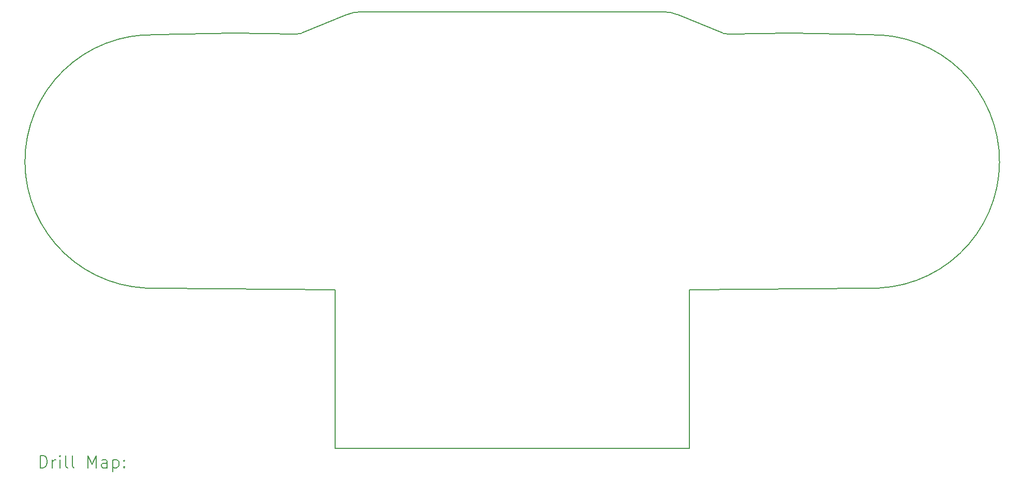
<source format=gbr>
%TF.GenerationSoftware,KiCad,Pcbnew,7.0.10*%
%TF.CreationDate,2024-01-10T22:58:18+01:00*%
%TF.ProjectId,schematic2,73636865-6d61-4746-9963-322e6b696361,V2.0*%
%TF.SameCoordinates,Original*%
%TF.FileFunction,Drillmap*%
%TF.FilePolarity,Positive*%
%FSLAX45Y45*%
G04 Gerber Fmt 4.5, Leading zero omitted, Abs format (unit mm)*
G04 Created by KiCad (PCBNEW 7.0.10) date 2024-01-10 22:58:18*
%MOMM*%
%LPD*%
G01*
G04 APERTURE LIST*
%ADD10C,0.200000*%
G04 APERTURE END LIST*
D10*
X7983690Y-2250000D02*
G75*
G03*
X7780621Y-2293094I0J-500000D01*
G01*
X6933690Y-2614005D02*
X5933690Y-2600000D01*
X13933690Y-2600000D02*
G75*
G03*
X14033690Y-2614005I100000J350000D01*
G01*
X14033690Y-2614005D02*
X15033690Y-2600000D01*
X7583690Y-6800000D02*
X7583690Y-9400000D01*
X4652898Y-2623779D02*
G75*
G03*
X4683065Y-6774996I-69208J-2076222D01*
G01*
X7983690Y-2250000D02*
X12983690Y-2250000D01*
X16284315Y-6774996D02*
X13383690Y-6800000D01*
X4652898Y-2623778D02*
X5933690Y-2600000D01*
X4683065Y-6774996D02*
X7583690Y-6800000D01*
X13186759Y-2293094D02*
G75*
G03*
X12983690Y-2250000I-203069J-456906D01*
G01*
X16284315Y-6774996D02*
G75*
G03*
X16314482Y-2623778I99375J2074996D01*
G01*
X13186759Y-2293094D02*
X13933690Y-2600000D01*
X16314482Y-2623778D02*
X15033690Y-2600000D01*
X7583690Y-9400000D02*
X13383690Y-9400000D01*
X6933690Y-2614005D02*
G75*
G03*
X7033690Y-2600000I0J364005D01*
G01*
X13383690Y-6800000D02*
X13383690Y-9400000D01*
X7780621Y-2293094D02*
X7033690Y-2600000D01*
X2757092Y-9721484D02*
X2757092Y-9521484D01*
X2757092Y-9521484D02*
X2804711Y-9521484D01*
X2804711Y-9521484D02*
X2833283Y-9531008D01*
X2833283Y-9531008D02*
X2852330Y-9550055D01*
X2852330Y-9550055D02*
X2861854Y-9569103D01*
X2861854Y-9569103D02*
X2871378Y-9607198D01*
X2871378Y-9607198D02*
X2871378Y-9635770D01*
X2871378Y-9635770D02*
X2861854Y-9673865D01*
X2861854Y-9673865D02*
X2852330Y-9692912D01*
X2852330Y-9692912D02*
X2833283Y-9711960D01*
X2833283Y-9711960D02*
X2804711Y-9721484D01*
X2804711Y-9721484D02*
X2757092Y-9721484D01*
X2957092Y-9721484D02*
X2957092Y-9588150D01*
X2957092Y-9626246D02*
X2966616Y-9607198D01*
X2966616Y-9607198D02*
X2976140Y-9597674D01*
X2976140Y-9597674D02*
X2995187Y-9588150D01*
X2995187Y-9588150D02*
X3014235Y-9588150D01*
X3080902Y-9721484D02*
X3080902Y-9588150D01*
X3080902Y-9521484D02*
X3071378Y-9531008D01*
X3071378Y-9531008D02*
X3080902Y-9540531D01*
X3080902Y-9540531D02*
X3090425Y-9531008D01*
X3090425Y-9531008D02*
X3080902Y-9521484D01*
X3080902Y-9521484D02*
X3080902Y-9540531D01*
X3204711Y-9721484D02*
X3185663Y-9711960D01*
X3185663Y-9711960D02*
X3176140Y-9692912D01*
X3176140Y-9692912D02*
X3176140Y-9521484D01*
X3309473Y-9721484D02*
X3290425Y-9711960D01*
X3290425Y-9711960D02*
X3280902Y-9692912D01*
X3280902Y-9692912D02*
X3280902Y-9521484D01*
X3538044Y-9721484D02*
X3538044Y-9521484D01*
X3538044Y-9521484D02*
X3604711Y-9664341D01*
X3604711Y-9664341D02*
X3671378Y-9521484D01*
X3671378Y-9521484D02*
X3671378Y-9721484D01*
X3852330Y-9721484D02*
X3852330Y-9616722D01*
X3852330Y-9616722D02*
X3842806Y-9597674D01*
X3842806Y-9597674D02*
X3823759Y-9588150D01*
X3823759Y-9588150D02*
X3785663Y-9588150D01*
X3785663Y-9588150D02*
X3766616Y-9597674D01*
X3852330Y-9711960D02*
X3833283Y-9721484D01*
X3833283Y-9721484D02*
X3785663Y-9721484D01*
X3785663Y-9721484D02*
X3766616Y-9711960D01*
X3766616Y-9711960D02*
X3757092Y-9692912D01*
X3757092Y-9692912D02*
X3757092Y-9673865D01*
X3757092Y-9673865D02*
X3766616Y-9654817D01*
X3766616Y-9654817D02*
X3785663Y-9645293D01*
X3785663Y-9645293D02*
X3833283Y-9645293D01*
X3833283Y-9645293D02*
X3852330Y-9635770D01*
X3947568Y-9588150D02*
X3947568Y-9788150D01*
X3947568Y-9597674D02*
X3966616Y-9588150D01*
X3966616Y-9588150D02*
X4004711Y-9588150D01*
X4004711Y-9588150D02*
X4023759Y-9597674D01*
X4023759Y-9597674D02*
X4033283Y-9607198D01*
X4033283Y-9607198D02*
X4042806Y-9626246D01*
X4042806Y-9626246D02*
X4042806Y-9683389D01*
X4042806Y-9683389D02*
X4033283Y-9702436D01*
X4033283Y-9702436D02*
X4023759Y-9711960D01*
X4023759Y-9711960D02*
X4004711Y-9721484D01*
X4004711Y-9721484D02*
X3966616Y-9721484D01*
X3966616Y-9721484D02*
X3947568Y-9711960D01*
X4128521Y-9702436D02*
X4138044Y-9711960D01*
X4138044Y-9711960D02*
X4128521Y-9721484D01*
X4128521Y-9721484D02*
X4118997Y-9711960D01*
X4118997Y-9711960D02*
X4128521Y-9702436D01*
X4128521Y-9702436D02*
X4128521Y-9721484D01*
X4128521Y-9597674D02*
X4138044Y-9607198D01*
X4138044Y-9607198D02*
X4128521Y-9616722D01*
X4128521Y-9616722D02*
X4118997Y-9607198D01*
X4118997Y-9607198D02*
X4128521Y-9597674D01*
X4128521Y-9597674D02*
X4128521Y-9616722D01*
M02*

</source>
